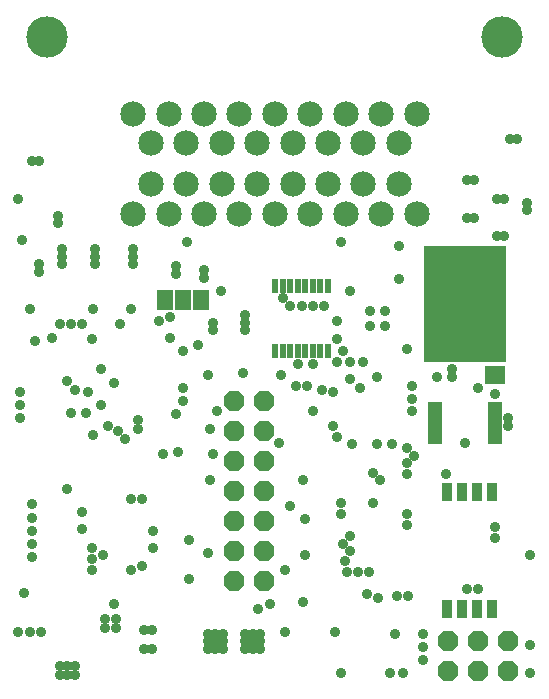
<source format=gbs>
G04 EAGLE Gerber RS-274X export*
G75*
%MOMM*%
%FSLAX34Y34*%
%LPD*%
%INSoldermask Bottom*%
%IPPOS*%
%AMOC8*
5,1,8,0,0,1.08239X$1,22.5*%
G01*
%ADD10R,1.203200X3.603200*%
%ADD11R,7.003200X9.803200*%
%ADD12R,1.703200X1.503200*%
%ADD13C,2.153200*%
%ADD14C,3.503200*%
%ADD15R,0.889000X1.549400*%
%ADD16R,1.371600X1.803400*%
%ADD17P,1.869504X8X292.500000*%
%ADD18P,1.869504X8X22.500000*%
%ADD19R,0.603200X1.203200*%
%ADD20C,0.914400*%


D10*
X411163Y222925D03*
X360363Y222925D03*
D11*
X385763Y323925D03*
D12*
X411163Y263550D03*
X411163Y282550D03*
D13*
X345000Y484925D03*
X315000Y484925D03*
X285000Y484925D03*
X255000Y484925D03*
X225000Y484925D03*
X195000Y484925D03*
X165000Y484925D03*
X135000Y484925D03*
X105000Y484925D03*
X330000Y459925D03*
X300000Y459925D03*
X270000Y459925D03*
X240000Y459925D03*
X210000Y459925D03*
X180000Y459925D03*
X150000Y459925D03*
X120000Y459925D03*
X330000Y424925D03*
X300000Y424925D03*
X270000Y424925D03*
X240000Y424925D03*
X210000Y424925D03*
X180000Y424925D03*
X150000Y424925D03*
X120000Y424925D03*
X345000Y399925D03*
X315000Y399925D03*
X285000Y399925D03*
X255000Y399925D03*
X225000Y399925D03*
X195000Y399925D03*
X165000Y399925D03*
X135000Y399925D03*
X105000Y399925D03*
D14*
X417500Y549925D03*
X32500Y549925D03*
D15*
X409050Y164138D03*
X370950Y164138D03*
X396350Y164138D03*
X383650Y164138D03*
X409050Y65713D03*
X370950Y65713D03*
X396350Y65713D03*
X383650Y65713D03*
D16*
X132398Y327025D03*
X147638Y327025D03*
X162878Y327025D03*
D17*
X190500Y241300D03*
X215900Y241300D03*
X190500Y215900D03*
X215900Y215900D03*
X190500Y190500D03*
X215900Y190500D03*
X190500Y165100D03*
X215900Y165100D03*
X190500Y139700D03*
X215900Y139700D03*
X190500Y114300D03*
X215900Y114300D03*
X190500Y88900D03*
X215900Y88900D03*
D18*
X371475Y12700D03*
X371475Y38100D03*
X396875Y12700D03*
X396875Y38100D03*
X422275Y12700D03*
X422275Y38100D03*
D19*
X269880Y283650D03*
X263530Y283650D03*
X257180Y283650D03*
X250830Y283650D03*
X244470Y283650D03*
X238120Y283650D03*
X231770Y283650D03*
X225420Y283650D03*
X225420Y338650D03*
X231770Y338650D03*
X238120Y338650D03*
X244470Y338650D03*
X250830Y338650D03*
X257180Y338650D03*
X263530Y338650D03*
X269880Y338650D03*
D20*
X77788Y268288D03*
X93663Y306388D03*
X142875Y198438D03*
X169863Y174625D03*
X120650Y31750D03*
X114300Y31750D03*
X90488Y57150D03*
X90488Y49213D03*
X80963Y49213D03*
X36513Y295275D03*
X41275Y392113D03*
X136525Y295275D03*
X9525Y249238D03*
X19050Y131763D03*
X19050Y120650D03*
X19050Y142875D03*
X19050Y153988D03*
X17463Y46038D03*
X7938Y46038D03*
X26988Y46038D03*
X19050Y109538D03*
X152400Y123825D03*
X152400Y90488D03*
X327025Y44450D03*
X212725Y31750D03*
X206375Y38100D03*
X305594Y317500D03*
X318294Y304800D03*
X280988Y376238D03*
X200025Y301625D03*
X173038Y301625D03*
X104775Y357188D03*
X73025Y357188D03*
X44450Y363538D03*
X341313Y242888D03*
X290513Y204788D03*
X274638Y249238D03*
X374650Y268288D03*
X374650Y261938D03*
X44450Y357188D03*
X73025Y363538D03*
X104775Y363538D03*
X141288Y349250D03*
X173038Y307975D03*
X311150Y261938D03*
X280988Y11113D03*
X233363Y46038D03*
X249238Y71438D03*
X200025Y38100D03*
X200025Y31750D03*
X80963Y57150D03*
X238125Y152400D03*
X330200Y373063D03*
X165100Y346075D03*
X228600Y206375D03*
X411163Y134938D03*
X12700Y79375D03*
X169863Y217488D03*
X147638Y241300D03*
X147638Y252413D03*
X41275Y398463D03*
X141288Y355600D03*
X165100Y352425D03*
X73025Y369888D03*
X104775Y369888D03*
X200025Y307975D03*
X200025Y314325D03*
X441325Y34925D03*
X387350Y82550D03*
X350838Y22225D03*
X350838Y33338D03*
X423863Y463550D03*
X430213Y463550D03*
X19050Y444500D03*
X25400Y444500D03*
X44450Y369888D03*
X412750Y381000D03*
X419100Y381000D03*
X280988Y146050D03*
X318294Y317500D03*
X305594Y304800D03*
X422275Y227013D03*
X422275Y220663D03*
X441325Y111125D03*
X168275Y112713D03*
X276225Y46038D03*
X9525Y238125D03*
X9525Y227013D03*
X238125Y322263D03*
X257175Y273050D03*
X122238Y131763D03*
X122238Y117475D03*
X61913Y133350D03*
X206375Y44450D03*
X212725Y44450D03*
X120650Y47625D03*
X114300Y47625D03*
X200025Y44450D03*
X212725Y38100D03*
X206375Y31750D03*
X109538Y225425D03*
X52388Y231775D03*
X109538Y217488D03*
X296863Y252413D03*
X274638Y220663D03*
X174625Y31750D03*
X180975Y31750D03*
X168275Y38100D03*
X168275Y31750D03*
X174625Y38100D03*
X180975Y38100D03*
X147638Y284163D03*
X257175Y233363D03*
X411163Y125413D03*
X322263Y11113D03*
X385763Y206375D03*
X396875Y82550D03*
X250825Y141288D03*
X312738Y74613D03*
X176213Y233363D03*
X136525Y312738D03*
X280988Y155575D03*
X61913Y147638D03*
X350838Y44450D03*
X247650Y322263D03*
X231775Y328613D03*
X277813Y274638D03*
X333375Y11113D03*
X441325Y11113D03*
X387350Y396875D03*
X393700Y396875D03*
X168275Y44450D03*
X174625Y44450D03*
X180975Y44450D03*
X69850Y293688D03*
X88900Y69850D03*
X66675Y249238D03*
X52388Y306388D03*
X61913Y306388D03*
X49213Y258763D03*
X22225Y292100D03*
X79375Y111125D03*
X71438Y212725D03*
X303213Y77788D03*
X341313Y233363D03*
X11113Y377825D03*
X65088Y231775D03*
X55563Y250825D03*
X77788Y238125D03*
X17463Y319088D03*
X98425Y209550D03*
X92075Y215900D03*
X130175Y196850D03*
X84138Y220663D03*
X49213Y166688D03*
X88900Y257175D03*
X69850Y117475D03*
X69850Y98425D03*
X328613Y76200D03*
X336550Y285750D03*
X336550Y188913D03*
X341313Y254000D03*
X342900Y195263D03*
X233363Y98425D03*
X311150Y204788D03*
X141288Y230188D03*
X242888Y254000D03*
X69850Y107950D03*
X336550Y201613D03*
X173038Y196850D03*
X323850Y204788D03*
X304800Y96838D03*
X250825Y111125D03*
X249238Y174625D03*
X252413Y254000D03*
X168275Y263525D03*
X282575Y284163D03*
X265113Y250825D03*
X277813Y211138D03*
X42863Y306388D03*
X288925Y127000D03*
X71438Y319088D03*
X282575Y120650D03*
X25400Y357188D03*
X25400Y350838D03*
X438150Y403225D03*
X438150Y409575D03*
X257175Y322263D03*
X266700Y322263D03*
X288925Y334963D03*
X330200Y344488D03*
X361950Y261938D03*
X396875Y252413D03*
X160338Y288925D03*
X285750Y96838D03*
X230188Y263525D03*
X295275Y96838D03*
X198438Y265113D03*
X307975Y155575D03*
X103188Y319088D03*
X288925Y114300D03*
X127000Y309563D03*
X284163Y106363D03*
X277813Y293688D03*
X288925Y274638D03*
X300038Y274638D03*
X314325Y174625D03*
X244475Y273050D03*
X288925Y260350D03*
X307975Y180975D03*
X150813Y376238D03*
X338138Y76200D03*
X7938Y412750D03*
X369888Y179388D03*
X336550Y179388D03*
X112713Y158750D03*
X220663Y69850D03*
X103188Y158750D03*
X211138Y65088D03*
X42863Y17463D03*
X49213Y17463D03*
X55563Y17463D03*
X55563Y9525D03*
X49213Y9525D03*
X42863Y9525D03*
X179388Y334963D03*
X277813Y309563D03*
X387350Y428625D03*
X393700Y428625D03*
X411163Y247650D03*
X336550Y136525D03*
X336550Y146050D03*
X103188Y98425D03*
X112713Y101600D03*
X412750Y412750D03*
X419100Y412750D03*
M02*

</source>
